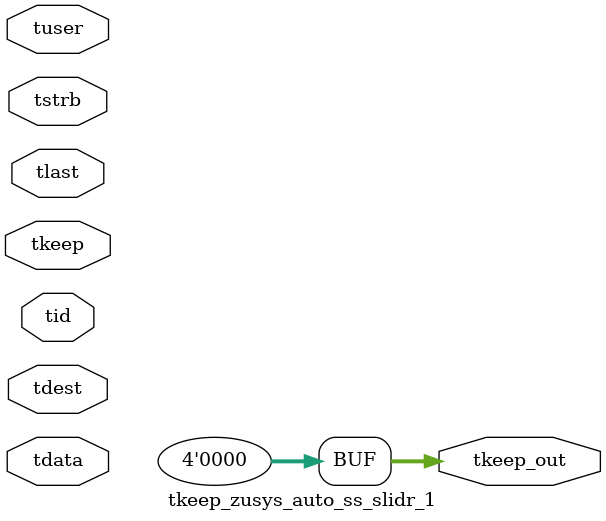
<source format=v>


`timescale 1ps/1ps

module tkeep_zusys_auto_ss_slidr_1 #
(
parameter C_S_AXIS_TDATA_WIDTH = 32,
parameter C_S_AXIS_TUSER_WIDTH = 0,
parameter C_S_AXIS_TID_WIDTH   = 0,
parameter C_S_AXIS_TDEST_WIDTH = 0,
parameter C_M_AXIS_TDATA_WIDTH = 32
)
(
input  [(C_S_AXIS_TDATA_WIDTH == 0 ? 1 : C_S_AXIS_TDATA_WIDTH)-1:0     ] tdata,
input  [(C_S_AXIS_TUSER_WIDTH == 0 ? 1 : C_S_AXIS_TUSER_WIDTH)-1:0     ] tuser,
input  [(C_S_AXIS_TID_WIDTH   == 0 ? 1 : C_S_AXIS_TID_WIDTH)-1:0       ] tid,
input  [(C_S_AXIS_TDEST_WIDTH == 0 ? 1 : C_S_AXIS_TDEST_WIDTH)-1:0     ] tdest,
input  [(C_S_AXIS_TDATA_WIDTH/8)-1:0 ] tkeep,
input  [(C_S_AXIS_TDATA_WIDTH/8)-1:0 ] tstrb,
input                                                                    tlast,
output [(C_M_AXIS_TDATA_WIDTH/8)-1:0 ] tkeep_out
);

assign tkeep_out = {1'b0};

endmodule


</source>
